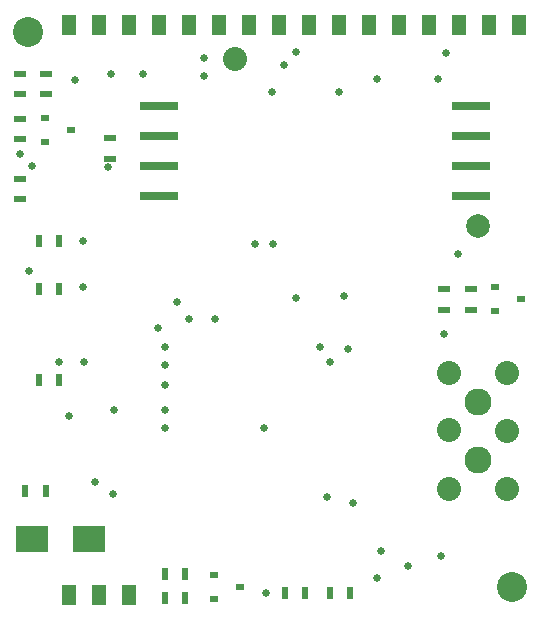
<source format=gbr>
%FSLAX23Y23*%
%MOIN*%
G04 EasyPC Gerber Version 13.0.2 Build 2807 *
%ADD93R,0.00362X0.04299*%
%ADD89R,0.02000X0.04000*%
%ADD85R,0.05000X0.06500*%
%ADD94R,0.04299X0.00362*%
%ADD91R,0.02800X0.02000*%
%ADD90R,0.04000X0.02000*%
%ADD86R,0.13000X0.03000*%
%ADD149R,0.11000X0.09000*%
%ADD95C,0.02500*%
%ADD88C,0.07900*%
%ADD87C,0.08000*%
%ADD92C,0.09000*%
%ADD18C,0.10000*%
X0Y0D02*
D02*
D18*
X17102Y18933D03*
X18715Y17083D03*
D02*
D85*
X17240Y18958D03*
X17240Y17058D03*
X17340D03*
X17340Y18958D03*
X17440D03*
X17440Y17058D03*
X17540Y18958D03*
X17640D03*
X17740D03*
X17840D03*
X17940D03*
X18040D03*
X18140D03*
X18240D03*
X18340D03*
X18440D03*
X18540D03*
X18640D03*
X18740D03*
D02*
D86*
X17540Y18387D03*
Y18487D03*
Y18587D03*
Y18687D03*
X18578Y18387D03*
Y18487D03*
Y18587D03*
Y18687D03*
D02*
D87*
X17791Y18844D03*
X18506Y17411D03*
Y17605D03*
D03*
Y17798D03*
X18698Y17410D03*
Y17603D03*
D03*
Y17797D03*
D02*
D88*
X18603Y18287D03*
D02*
D89*
X17093Y17403D03*
X17138Y18238D03*
X17138Y17772D03*
Y18077D03*
X17161Y17403D03*
X17206Y18238D03*
X17206Y17772D03*
Y18077D03*
X17558Y17046D03*
Y17128D03*
X17626Y17046D03*
Y17128D03*
X17958Y17062D03*
X18026D03*
X18108Y17063D03*
X18176D03*
D02*
D90*
X17075Y18376D03*
Y18444D03*
Y18576D03*
Y18644D03*
X17076Y18726D03*
Y18794D03*
X17164Y18726D03*
Y18794D03*
X17375Y18511D03*
Y18579D03*
X18490Y18008D03*
Y18077D03*
X18578Y18008D03*
Y18077D03*
D02*
D91*
X17159Y18567D03*
Y18648D03*
X17246Y18608D03*
X17722Y17043D03*
Y17123D03*
X17809Y17083D03*
X18659Y18002D03*
Y18082D03*
X18746Y18042D03*
D02*
D92*
X18602Y17508D03*
Y17701D03*
D02*
D93*
X17601Y17208D03*
Y18133D03*
X17640Y17208D03*
X17640Y18133D03*
X17680Y17208D03*
X17680Y18133D03*
X17719Y17208D03*
X17719Y18133D03*
X17758Y17208D03*
X17758Y18133D03*
X17798Y17208D03*
X17798Y18133D03*
X17837Y17208D03*
X17837Y18133D03*
X17876Y17208D03*
X17876Y18133D03*
X17916Y17208D03*
X17916Y18133D03*
X17955Y17208D03*
X17955Y18133D03*
X17994Y17208D03*
X17995Y18133D03*
X18034Y17208D03*
X18034Y18133D03*
X18073Y17208D03*
X18073Y18133D03*
X18113Y17208D03*
X18113Y18133D03*
X18152Y17208D03*
X18152Y18133D03*
X18191Y17208D03*
Y18133D03*
X18231Y17208D03*
X18231Y18133D03*
D02*
D94*
X17453Y17356D03*
Y17395D03*
Y17513D03*
Y17553D03*
Y17592D03*
Y17631D03*
Y17671D03*
Y17710D03*
Y17749D03*
Y17789D03*
Y17828D03*
Y17868D03*
Y17907D03*
Y17946D03*
Y17986D03*
X17453Y17434D03*
Y17474D03*
X18378Y17868D03*
Y17907D03*
X18378Y17356D03*
Y17395D03*
Y17434D03*
Y17474D03*
Y17513D03*
Y17553D03*
Y17592D03*
Y17631D03*
Y17671D03*
Y17710D03*
Y17749D03*
Y17789D03*
Y17828D03*
Y17946D03*
Y17986D03*
D02*
D95*
X17075Y18528D03*
X17105Y18138D03*
X17115Y18488D03*
X17205Y17833D03*
X17240Y17653D03*
X17260Y18773D03*
X17285Y18083D03*
Y18238D03*
X17290Y17833D03*
X17325Y17433D03*
X17370Y18483D03*
X17380Y18793D03*
X17385Y17392D03*
X17390Y17673D03*
X17485Y18793D03*
X17535Y17948D03*
X17560Y17613D03*
Y17673D03*
Y17758D03*
Y17823D03*
Y17883D03*
X17600Y18033D03*
X17640Y17977D03*
X17690Y18788D03*
Y18848D03*
X17725Y17977D03*
X17860Y18227D03*
X17890Y17613D03*
X17895Y17063D03*
X17915Y18733D03*
X17920Y18227D03*
X17957Y18822D03*
X17995Y18048D03*
Y18868D03*
X18075Y17883D03*
X18100Y17383D03*
X18110Y17833D03*
X18140Y18733D03*
X18155Y18052D03*
X18170Y17878D03*
X18185Y17363D03*
X18265Y17113D03*
Y18778D03*
X18280Y17203D03*
X18370Y17153D03*
X18470Y18778D03*
X18480Y17188D03*
X18490Y17927D03*
X18495Y18863D03*
X18535Y18192D03*
D02*
D149*
X17115Y17243D03*
X17305D03*
X0Y0D02*
M02*

</source>
